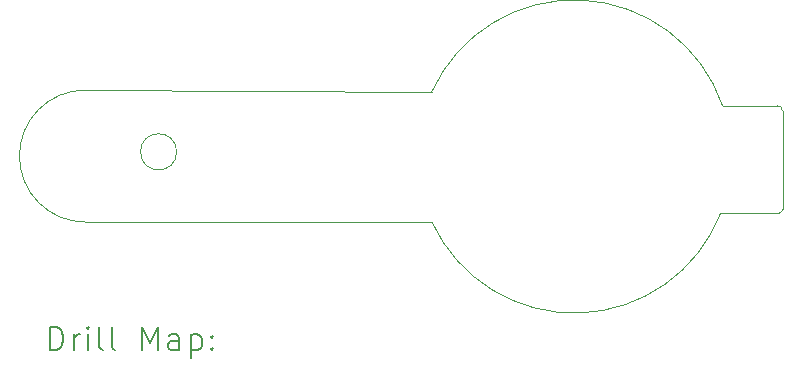
<source format=gbr>
%TF.GenerationSoftware,KiCad,Pcbnew,9.0.0*%
%TF.CreationDate,2025-12-23T19:15:52-06:00*%
%TF.ProjectId,Project 1 LED Torch,50726f6a-6563-4742-9031-204c45442054,1*%
%TF.SameCoordinates,Original*%
%TF.FileFunction,Drillmap*%
%TF.FilePolarity,Positive*%
%FSLAX45Y45*%
G04 Gerber Fmt 4.5, Leading zero omitted, Abs format (unit mm)*
G04 Created by KiCad (PCBNEW 9.0.0) date 2025-12-23 19:15:52*
%MOMM*%
%LPD*%
G01*
G04 APERTURE LIST*
%ADD10C,0.050000*%
%ADD11C,0.200000*%
G04 APERTURE END LIST*
D10*
X10917448Y-13802360D02*
G75*
G02*
X10611592Y-13802360I-152928J0D01*
G01*
X10611592Y-13802360D02*
G75*
G02*
X10917448Y-13802360I152928J0D01*
G01*
X15523910Y-14320519D02*
G75*
G02*
X13078460Y-14396720I-1238950J482600D01*
G01*
X16047720Y-14290040D02*
G75*
G02*
X16017240Y-14320520I-30480J0D01*
G01*
X16047720Y-13457359D02*
X16047720Y-14290040D01*
X15523910Y-14320519D02*
X16017240Y-14320520D01*
X15539052Y-13410918D02*
X16002000Y-13410918D01*
X16001718Y-13410918D02*
G75*
G02*
X16047720Y-13456920I0J-46002D01*
G01*
X13078460Y-13291820D02*
G75*
G02*
X15539052Y-13410918I1206500J-551180D01*
G01*
X10144760Y-14396720D02*
X13078460Y-14396720D01*
X10144760Y-13279120D02*
X13078460Y-13291820D01*
X10144760Y-14396720D02*
G75*
G02*
X10144760Y-13279120I0J558800D01*
G01*
D11*
X9844237Y-15481528D02*
X9844237Y-15281528D01*
X9844237Y-15281528D02*
X9891856Y-15281528D01*
X9891856Y-15281528D02*
X9920427Y-15291051D01*
X9920427Y-15291051D02*
X9939475Y-15310099D01*
X9939475Y-15310099D02*
X9948999Y-15329147D01*
X9948999Y-15329147D02*
X9958523Y-15367242D01*
X9958523Y-15367242D02*
X9958523Y-15395813D01*
X9958523Y-15395813D02*
X9948999Y-15433909D01*
X9948999Y-15433909D02*
X9939475Y-15452956D01*
X9939475Y-15452956D02*
X9920427Y-15472004D01*
X9920427Y-15472004D02*
X9891856Y-15481528D01*
X9891856Y-15481528D02*
X9844237Y-15481528D01*
X10044237Y-15481528D02*
X10044237Y-15348194D01*
X10044237Y-15386290D02*
X10053761Y-15367242D01*
X10053761Y-15367242D02*
X10063284Y-15357718D01*
X10063284Y-15357718D02*
X10082332Y-15348194D01*
X10082332Y-15348194D02*
X10101380Y-15348194D01*
X10168046Y-15481528D02*
X10168046Y-15348194D01*
X10168046Y-15281528D02*
X10158523Y-15291051D01*
X10158523Y-15291051D02*
X10168046Y-15300575D01*
X10168046Y-15300575D02*
X10177570Y-15291051D01*
X10177570Y-15291051D02*
X10168046Y-15281528D01*
X10168046Y-15281528D02*
X10168046Y-15300575D01*
X10291856Y-15481528D02*
X10272808Y-15472004D01*
X10272808Y-15472004D02*
X10263284Y-15452956D01*
X10263284Y-15452956D02*
X10263284Y-15281528D01*
X10396618Y-15481528D02*
X10377570Y-15472004D01*
X10377570Y-15472004D02*
X10368046Y-15452956D01*
X10368046Y-15452956D02*
X10368046Y-15281528D01*
X10625189Y-15481528D02*
X10625189Y-15281528D01*
X10625189Y-15281528D02*
X10691856Y-15424385D01*
X10691856Y-15424385D02*
X10758523Y-15281528D01*
X10758523Y-15281528D02*
X10758523Y-15481528D01*
X10939475Y-15481528D02*
X10939475Y-15376766D01*
X10939475Y-15376766D02*
X10929951Y-15357718D01*
X10929951Y-15357718D02*
X10910904Y-15348194D01*
X10910904Y-15348194D02*
X10872808Y-15348194D01*
X10872808Y-15348194D02*
X10853761Y-15357718D01*
X10939475Y-15472004D02*
X10920427Y-15481528D01*
X10920427Y-15481528D02*
X10872808Y-15481528D01*
X10872808Y-15481528D02*
X10853761Y-15472004D01*
X10853761Y-15472004D02*
X10844237Y-15452956D01*
X10844237Y-15452956D02*
X10844237Y-15433909D01*
X10844237Y-15433909D02*
X10853761Y-15414861D01*
X10853761Y-15414861D02*
X10872808Y-15405337D01*
X10872808Y-15405337D02*
X10920427Y-15405337D01*
X10920427Y-15405337D02*
X10939475Y-15395813D01*
X11034713Y-15348194D02*
X11034713Y-15548194D01*
X11034713Y-15357718D02*
X11053761Y-15348194D01*
X11053761Y-15348194D02*
X11091856Y-15348194D01*
X11091856Y-15348194D02*
X11110904Y-15357718D01*
X11110904Y-15357718D02*
X11120427Y-15367242D01*
X11120427Y-15367242D02*
X11129951Y-15386290D01*
X11129951Y-15386290D02*
X11129951Y-15443432D01*
X11129951Y-15443432D02*
X11120427Y-15462480D01*
X11120427Y-15462480D02*
X11110904Y-15472004D01*
X11110904Y-15472004D02*
X11091856Y-15481528D01*
X11091856Y-15481528D02*
X11053761Y-15481528D01*
X11053761Y-15481528D02*
X11034713Y-15472004D01*
X11215665Y-15462480D02*
X11225189Y-15472004D01*
X11225189Y-15472004D02*
X11215665Y-15481528D01*
X11215665Y-15481528D02*
X11206142Y-15472004D01*
X11206142Y-15472004D02*
X11215665Y-15462480D01*
X11215665Y-15462480D02*
X11215665Y-15481528D01*
X11215665Y-15357718D02*
X11225189Y-15367242D01*
X11225189Y-15367242D02*
X11215665Y-15376766D01*
X11215665Y-15376766D02*
X11206142Y-15367242D01*
X11206142Y-15367242D02*
X11215665Y-15357718D01*
X11215665Y-15357718D02*
X11215665Y-15376766D01*
M02*

</source>
